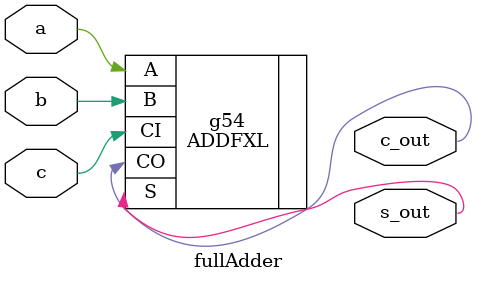
<source format=v>


// Verification Directory fv/fullAdder 

module fullAdder(a, b, c, s_out, c_out);
  input a, b, c;
  output s_out, c_out;
  wire a, b, c;
  wire s_out, c_out;
  ADDFXL g54(.A (a), .B (b), .CI (c), .CO (c_out), .S (s_out));
endmodule


</source>
